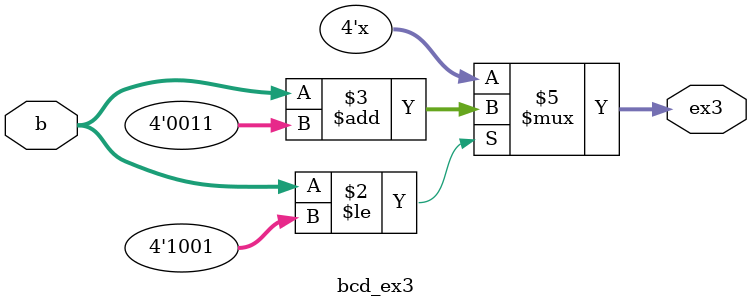
<source format=v>
`timescale 1ns / 1ps


module bcd_ex3( input  [3:0] b,
        output reg [3:0] ex3

    );
  always @(*) begin
    
     if (b <= 4'd9)
         ex3 = b + 4'd3;
     else
         ex3 = 4'bxxxx; // invalid BCD

     end
endmodule

</source>
